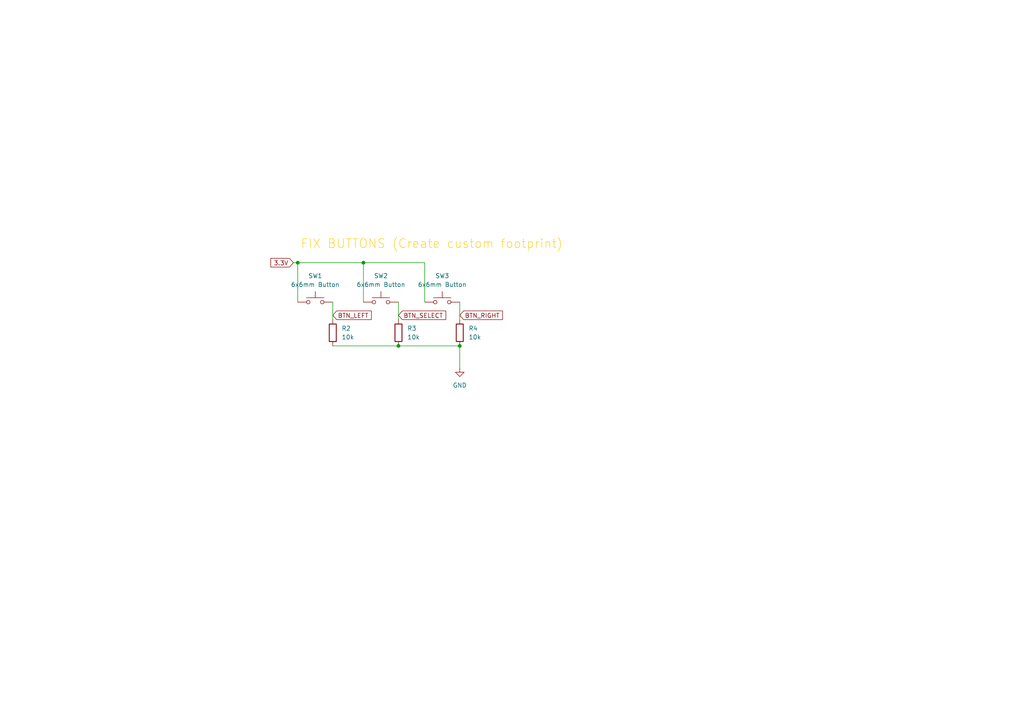
<source format=kicad_sch>
(kicad_sch (version 20250114) (generator "eeschema") (generator_version "9.0")
  (paper "A4")
  (lib_symbols
    (symbol "Device:R" (pin_numbers (hide yes)) (pin_names (offset 0))
      (property "Reference" "R" (at 2.032 0 90))
      (property "Value" "R" (at 0 0 90))
      (symbol "R_0_1"
        (rectangle (start -1.016 -2.54) (end 1.016 2.54) (stroke (width 0.254)))
      )
      (symbol "R_1_1"
        (pin passive line (at 0 3.81 270) (length 1.27) (name "~") (number "1"))
        (pin passive line (at 0 -3.81 90) (length 1.27) (name "~") (number "2"))
      )
    )
    (symbol "SparkFun-Switch:SPST_Push_PTH_12x12mm_h8.0mm" (pin_numbers (hide yes)) (pin_names (offset 0) (hide yes))
      (property "Reference" "SW" (at 0 5.08 0))
      (property "Value" "PTH_12x12mm_h8.0mm" (at 0 -2.54 0))
      (symbol "SPST_Push_PTH_12x12mm_h8.0mm_0_1"
        (circle (center -2.032 0) (radius 0.508))
        (polyline (pts (xy 0 1.27) (xy 0 3.048)))
        (circle (center 2.032 0) (radius 0.508))
        (polyline (pts (xy 2.54 1.27) (xy -2.54 1.27)))
        (pin passive line (at -5.08 0 0) (length 2.54) (name "1") (number "1"))
      )
      (symbol "SPST_Push_PTH_12x12mm_h8.0mm_1_1"
        (pin passive line (at 5.08 0 180) (length 2.54) (name "2") (number "2"))
      )
    )
    (symbol "power:GND" (power) (pin_numbers (hide yes)) (pin_names (offset 0) (hide yes))
      (property "Value" "GND" (at 0 -3.81 0))
      (symbol "GND_0_1"
        (polyline (pts (xy 0 0) (xy 0 -1.27) (xy 1.27 -1.27) (xy 0 -2.54) (xy -1.27 -1.27) (xy 0 -1.27)))
      )
      (symbol "GND_1_1"
        (pin power_in line (at 0 0 270) (length 0) (name "~") (number "1"))
      )
    )
  )
  (text "FIX BUTTONS (Create custom footprint)\n" (at 125.222 70.866 0) (effects (font (size 2.54 2.54))))
  (junction (at 115.57 100.33))
  (junction (at 105.41 76.2))
  (junction (at 133.35 100.33))
  (junction (at 86.36 76.2))
  (wire (pts (xy 123.19 76.2) (xy 123.19 87.63)))
  (wire (pts (xy 86.36 76.2) (xy 86.36 87.63)))
  (wire (pts (xy 115.57 100.33) (xy 133.35 100.33)))
  (wire (pts (xy 115.57 87.63) (xy 115.57 92.71)))
  (wire (pts (xy 86.36 76.2) (xy 105.41 76.2)))
  (wire (pts (xy 85.09 76.2) (xy 86.36 76.2)))
  (wire (pts (xy 105.41 76.2) (xy 123.19 76.2)))
  (wire (pts (xy 133.35 87.63) (xy 133.35 92.71)))
  (wire (pts (xy 96.52 100.33) (xy 115.57 100.33)))
  (wire (pts (xy 96.52 87.63) (xy 96.52 92.71)))
  (wire (pts (xy 105.41 76.2) (xy 105.41 87.63)))
  (wire (pts (xy 133.35 106.68) (xy 133.35 100.33)))
  (global_label "BTN_LEFT" (shape input) (at 96.52 91.44 0) (property "Intersheetrefs" "${INTERSHEET_REFS}" (effects (hide yes))))
  (global_label "BTN_SELECT" (shape input) (at 115.57 91.44 0) (property "Intersheetrefs" "${INTERSHEET_REFS}" (effects (hide yes))))
  (global_label "3.3V" (shape input) (at 85.09 76.2 180) (property "Intersheetrefs" "${INTERSHEET_REFS}" (effects (hide yes))))
  (global_label "BTN_RIGHT" (shape input) (at 133.35 91.44 0) (property "Intersheetrefs" "${INTERSHEET_REFS}" (effects (hide yes))))
  (symbol (lib_id "SparkFun-Switch:SPST_Push_PTH_12x12mm_h8.0mm") (at 91.44 87.63 0) (unit 1)
    (property "Reference" "SW1" (at 91.44 80.01 0))
    (property "Value" "6x6mm Button" (at 91.44 82.55 0))
    (property "Footprint" "SparkFun-Switch:Push_PTH_12x12mm" (effects (hide yes)))
    (property "Datasheet" "https://www.omron.com/ecb/products/pdf/en-b3f.pdf" (effects (hide yes)))
    (property "Description" "Single Pole Single Throw (SPST) switch" (effects (hide yes)))
    (property "PROD_ID" "SWCH-09185" (effects (hide yes)))
  )
  (symbol (lib_id "SparkFun-Switch:SPST_Push_PTH_12x12mm_h8.0mm") (at 110.49 87.63 0) (unit 1)
    (property "Reference" "SW2" (at 110.49 80.01 0))
    (property "Value" "6x6mm Button" (at 110.49 82.55 0))
    (property "Footprint" "SparkFun-Switch:Push_PTH_12x12mm" (effects (hide yes)))
    (property "Datasheet" "https://www.omron.com/ecb/products/pdf/en-b3f.pdf" (effects (hide yes)))
    (property "Description" "Single Pole Single Throw (SPST) switch" (effects (hide yes)))
    (property "PROD_ID" "SWCH-09185" (effects (hide yes)))
  )
  (symbol (lib_id "SparkFun-Switch:SPST_Push_PTH_12x12mm_h8.0mm") (at 128.27 87.63 0) (unit 1)
    (property "Reference" "SW3" (at 128.27 80.01 0))
    (property "Value" "6x6mm Button" (at 128.27 82.55 0))
    (property "Footprint" "SparkFun-Switch:Push_PTH_12x12mm" (effects (hide yes)))
    (property "Datasheet" "https://www.omron.com/ecb/products/pdf/en-b3f.pdf" (effects (hide yes)))
    (property "Description" "Single Pole Single Throw (SPST) switch" (effects (hide yes)))
    (property "PROD_ID" "SWCH-09185" (effects (hide yes)))
  )
  (symbol (lib_id "Device:R") (at 96.52 96.52 0) (unit 1)
    (property "Reference" "R2" (at 99.06 95.2499 0) (effects (justify left)))
    (property "Value" "10k" (at 99.06 97.7899 0) (effects (justify left)))
    (property "Description" "Resistor" (effects (hide yes)))
  )
  (symbol (lib_id "Device:R") (at 133.35 96.52 0) (unit 1)
    (property "Reference" "R4" (at 135.89 95.2499 0) (effects (justify left)))
    (property "Value" "10k" (at 135.89 97.7899 0) (effects (justify left)))
    (property "Description" "Resistor" (effects (hide yes)))
  )
  (symbol (lib_id "power:GND") (at 133.35 106.68 0) (unit 1)
    (property "Reference" "#PWR07" (effects (hide yes)))
    (property "Value" "GND" (at 133.35 111.76 0))
    (property "Description" "Power symbol creates a global label with name \"GND\" , ground" (effects (hide yes)))
  )
  (symbol (lib_id "Device:R") (at 115.57 96.52 0) (unit 1)
    (property "Reference" "R3" (at 118.11 95.2499 0) (effects (justify left)))
    (property "Value" "10k" (at 118.11 97.7899 0) (effects (justify left)))
    (property "Description" "Resistor" (effects (hide yes)))
  )
)
</source>
